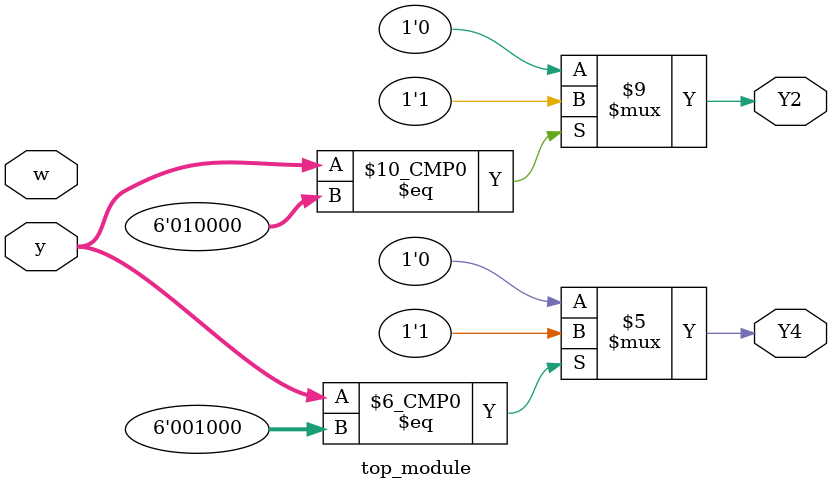
<source format=sv>
module top_module (
    input [6:1] y,
    input w,
    output reg Y2,
    output reg Y4
);

    always @(*) begin
        case(y)
            7'b000001: begin
                Y2 = 1'b0;
                Y4 = 1'b0;
            end
            7'b000010: begin
                Y2 = 1'b0;
                Y4 = 1'b0;
            end
            7'b000100: begin
                Y2 = 1'b0;
                Y4 = 1'b0;
            end
            7'b001000: begin
                Y2 = 1'b0;
                Y4 = 1'b1;
            end
            7'b010000: begin
                Y2 = 1'b1;
                Y4 = 1'b0;
            end
            7'b100000: begin
                Y2 = 1'b0;
                Y4 = 1'b0;
            end
            default: begin
                Y2 = 1'b0;
                Y4 = 1'b0;
            end
        endcase
    end
    
endmodule

</source>
